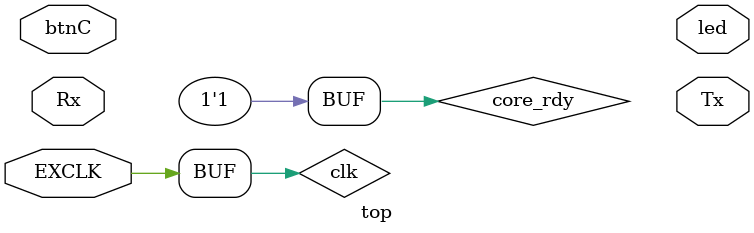
<source format=v>
`include"src/core.v"
`include"src/mem_ctr.v"
`include"src/mem/data_cache.v"
`include"src/mem/instruction_cache.v"
`include"src/mem/main_memory.v"

module top#(parameter SIM = 0,
            parameter LEN = 32)
           (input wire EXCLK,
            input wire btnC,
            output wire Tx,
            input wire Rx,
            output wire led);
    
    localparam SYS_CLK_FREQ = 100000000;		 // 系统时钟频率
    localparam UART_BAUD_RATE = 115200;			 // UART通信的波特率（数据在串行通信中传输的速率。它表示每秒传输的位数）
    
    reg rst;
    reg rst_delay;
    
    wire clk;	          // 时钟
    assign clk = EXCLK; // 内部时钟和外部输入的时钟相连
    
    always @(posedge clk or posedge btnC)
    begin
        if (btnC)
        begin
            rst       <= 1'b1;
            rst_delay <= 1'b1;
        end
        else
        begin
            rst_delay <= 1'b0;
            rst       <= rst_delay;
        end
    end
    
    wire core_rdy = 1;
    
    localparam ADDR_WIDTH       = 17;
    localparam BYTE_SIZE        = 32;
    localparam VECTOR_SIZE      = 8;
    localparam ENTRY_INDEX_SIZE = 3;
    localparam LONGEST_LEN      = 64;
    
    localparam I_CACHE_SIZE       = 2;
    localparam I_CACHE_INDEX_SIZE = 1;
    localparam CACHE_SIZE       	 = 16;
    localparam CACHE_INDEX_SIZE 	 = 4;
    
    
    // CORE
    // ---------------------------------------------------------------------------------------------
    // outports wire
    wire [LEN-1:0]             	mem_write_scalar_data;
    wire                       	vm;
    wire [LEN*VECTOR_SIZE-1:0] 	mask;
    wire [LEN*VECTOR_SIZE-1:0] 	mem_write_vector_data;
    wire [ENTRY_INDEX_SIZE:0]  	vector_length;
    wire [ADDR_WIDTH-1:0]      	mem_inst_addr;
    wire [ADDR_WIDTH-1:0]      	mem_data_addr;
    wire                       	inst_fetch_enabled;
    wire                       	mem_vis_enabled;
    wire [1:0]                 	memory_vis_signal;
    wire [2:0]                 	data_type;
    wire                       	is_vector;
    
    CORE #(
    .ADDR_WIDTH       	(ADDR_WIDTH),
    .LEN              	(LEN),
    .BYTE_SIZE        	(BYTE_SIZE),
    .VECTOR_SIZE      	(VECTOR_SIZE),
    .ENTRY_INDEX_SIZE 	(ENTRY_INDEX_SIZE),
    .LONGEST_LEN      	(LONGEST_LEN)
    )
    core(
    .clk                   	(clk),
    .rst                   	(rst),
    .rdy_in                	(core_rdy),
    .instruction           	(instruction),
    .mem_read_scalar_data  	(scalar_data),
    .mem_read_vector_data  	(vector_data),
    .i_cache_vis_status     (i_cache_vis_status),
    .d_cache_vis_status     (mem_ctr_vis_status),
    .mem_write_scalar_data 	(mem_write_scalar_data),
    .vm                    	(vm),
    .mask                  	(mask),
    .mem_write_vector_data 	(mem_write_vector_data),
    .vector_length         	(vector_length),
    .mem_inst_addr         	(mem_inst_addr),
    .mem_data_addr         	(mem_data_addr),
    .inst_fetch_enabled    	(inst_fetch_enabled),
    .mem_vis_enabled       	(mem_vis_enabled),
    .memory_vis_signal     	(memory_vis_signal),
    .data_type             	(data_type),
    .is_vector             	(is_vector)
    );
    
    
    // INSTRUCTION CACHE
    // ---------------------------------------------------------------------------------------------
    // outports wire
    wire [LEN-1:0]        	instruction;
    wire [1:0]            	i_cache_vis_status;
    wire [ADDR_WIDTH-1:0] 	i_cache_mem_vis_addr;
    wire [1:0]            	i_cache_mem_vis_signal;
    
    INSTRUCTION_CACHE #(
    .ADDR_WIDTH   	(ADDR_WIDTH),
    .LEN          	(LEN),
    .BYTE_SIZE    	(BYTE_SIZE),
    .I_CACHE_SIZE 	(I_CACHE_SIZE),
    .I_CACHE_INDEX_SIZE   	(I_CACHE_INDEX_SIZE)
    )
    instruction_cache(
    .clk                	(clk),
    .inst_addr          	(mem_inst_addr),
    .inst_fetch_enabled 	(inst_fetch_enabled),
    .instruction        	(instruction),
    .inst_fetch_status  	(i_cache_vis_status),
    .mem_data           	(mem_data),
    .mem_status         	(mem_status),
    .mem_vis_addr       	(i_cache_mem_vis_addr),
    .mem_vis_signal     	(i_cache_mem_vis_signal)
    );
    
    
    // MEMORY CONTROLLER
    // ---------------------------------------------------------------------------------------------
    // outports wire
    wire [LEN-1:0]             	scalar_data;
    wire [LEN*VECTOR_SIZE-1:0] 	vector_data;
    wire [1:0]                 	mem_ctr_vis_status;
    wire [LEN-1:0]             	cache_written_data;
    wire [ENTRY_INDEX_SIZE:0]  	d_cache_write_length;
    wire [ADDR_WIDTH-1:0]      	d_cache_vis_addr;
    wire [2:0]                 	d_cache_data_type;
    wire [1:0]                 	cache_vis_signal;
    
    MEMORY_CONTROLLER #(
    .ADDR_WIDTH       	(ADDR_WIDTH),
    .LEN              	(LEN),
    .BYTE_SIZE        	(BYTE_SIZE),
    .VECTOR_SIZE      	(VECTOR_SIZE),
    .ENTRY_INDEX_SIZE 	(ENTRY_INDEX_SIZE),
    .CACHE_SIZE       	(CACHE_SIZE),
    .CACHE_INDEX_SIZE 	(CACHE_INDEX_SIZE)
    )
    memory_controller(
    .clk                 	(clk),
    .data_addr           	(mem_data_addr),
    .mem_access_enabled  	(mem_vis_enabled),
    .is_vector           	(is_vector),
    .data_vis_signal     	(memory_vis_signal),
    .mem_data_type       	(data_type),
    .length              	(vector_length),
    .vm                  	(vm),
    .mask                	(mask),
    .scalar_data         	(scalar_data),
    .vector_data         	(vector_data),
    .written_scalar_data 	(mem_write_scalar_data),
    .written_vector_data 	(mem_write_vector_data),
    .mem_vis_status      	(mem_ctr_vis_status),
    .mem_data            	(mem_data),
    .d_cache_status      	(d_cache_vis_status),
    .cache_written_data  	(cache_written_data),
    .write_length        	(d_cache_write_length),
    .mem_vis_addr        	(d_cache_vis_addr),
    .d_cache_data_type   	(d_cache_data_type),
    .cache_vis_signal    	(cache_vis_signal)
    );
    
    // DATA CACHE
    // ---------------------------------------------------------------------------------------------
    // outports wire
    wire                      	cache_hit;
    wire [LEN-1:0]            	data;
    wire [1:0]                	d_cache_vis_status;
    wire [LEN-1:0]            	mem_written_data;
    wire [2:0]                	written_data_type;
    wire [ENTRY_INDEX_SIZE:0] 	write_length;
    wire [ADDR_WIDTH-1:0]     	d_cache_mem_vis_addr;
    wire [1:0]                	d_cache_mem_vis_signal;
    
    DATA_CACHE #(
    .ADDR_WIDTH       	(ADDR_WIDTH),
    .LEN              	(LEN),
    .BYTE_SIZE        	(BYTE_SIZE),
    .VECTOR_SIZE      	(VECTOR_SIZE),
    .ENTRY_INDEX_SIZE 	(ENTRY_INDEX_SIZE),
    .CACHE_SIZE       	(CACHE_SIZE),
    .CACHE_INDEX_SIZE 	(CACHE_INDEX_SIZE)
    )
    data_cache(
    .clk                	(clk),
    .data_addr          	(d_cache_vis_addr),
    .data_type          	(d_cache_data_type),
    .cache_written_data 	(cache_written_data),
    .cache_vis_signal   	(cache_vis_signal),
    .length             	(d_cache_write_length),
    .cache_hit          	(cache_hit),
    .data               	(data),
    .d_cache_vis_status 	(d_cache_vis_status),
    .mem_data           	(mem_data),
    .mem_status         	(mem_status),
    .mem_written_data   	(mem_written_data),
    .written_data_type  	(written_data_type),
    .write_length       	(write_length),
    .mem_vis_addr       	(d_cache_mem_vis_addr),
    .mem_vis_signal     	(d_cache_mem_vis_signal)
    );
    
    
    // MAIN MEMORY
    // ---------------------------------------------------------------------------------------------
    // outports wire
    wire [LEN-1:0]            	mem_data;
    wire [1:0]                	mem_status;
    
    MAIN_MEMORY #(
    .ADDR_WIDTH       	(ADDR_WIDTH),
    .LEN              	(LEN),
    .BYTE_SIZE        	(BYTE_SIZE),
    .VECTOR_SIZE      	(VECTOR_SIZE),
    .ENTRY_INDEX_SIZE 	(ENTRY_INDEX_SIZE)
    )
    main_memory(
    .clk                    	(clk),
    .i_cache_mem_vis_signal 	(i_cache_mem_vis_signal),
    .d_cache_mem_vis_signal 	(d_cache_mem_vis_signal),
    .i_cache_mem_vis_addr   	(i_cache_mem_vis_addr),
    .d_cache_mem_vis_addr   	(d_cache_mem_vis_addr),
    .length                 	(write_length),
    .written_data           	(mem_written_data),
    .data_type              	(written_data_type),
    .mem_data               	(mem_data),
    .mem_status             	(mem_status)
    );
    
    
endmodule

</source>
